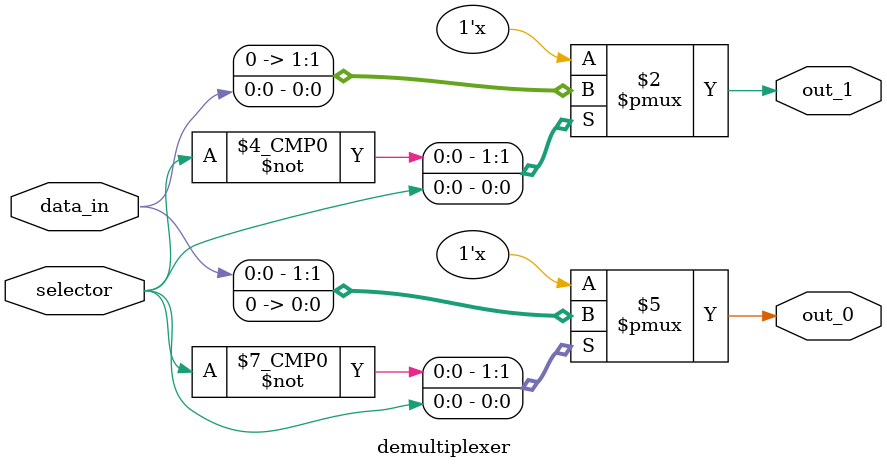
<source format=v>
module demultiplexer(			//Modulo de-multiplexor
	input		data_in,		//Entrada
	input		selector,
	output reg	out_0,
	output reg	out_1
);
	
	always @(*)
		begin: DEMUX
			case((selector))
				0 : begin
					out_0 = data_in;
					out_1 = 0;
					end
				1 : begin
					out_0 = 0;
					out_1 = data_in;
					end
			endcase
		end
endmodule
			
</source>
